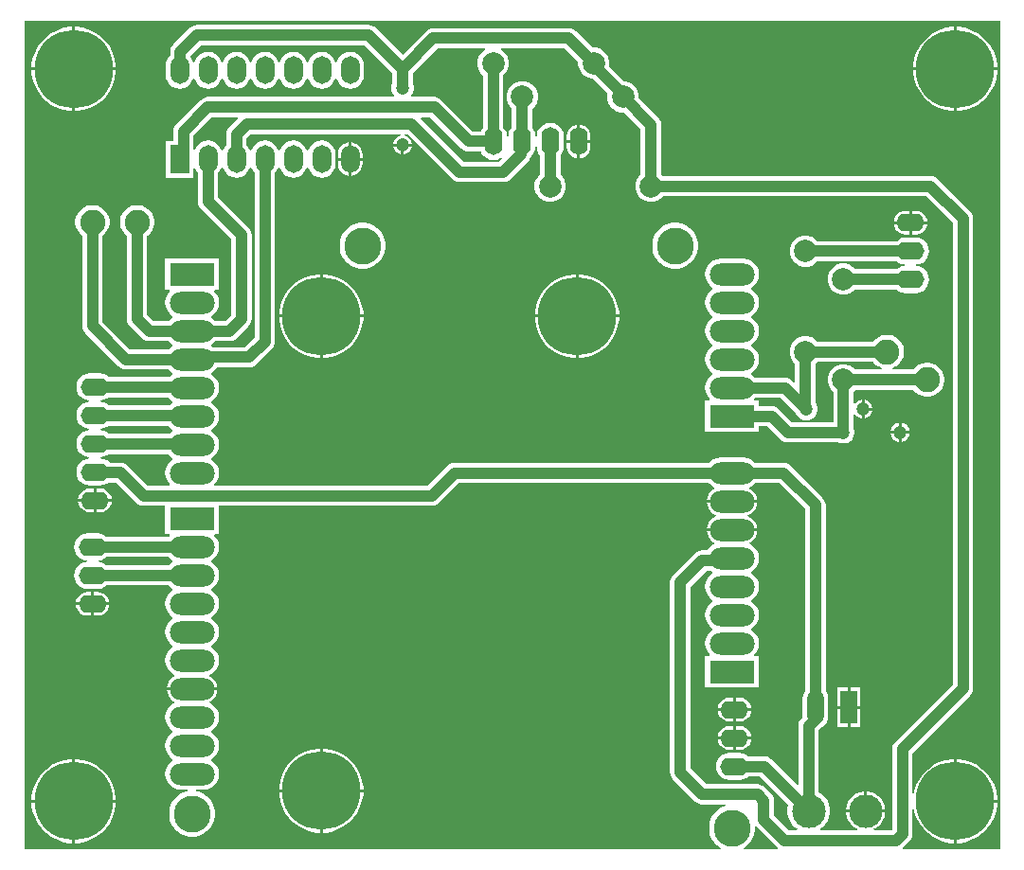
<source format=gbr>
%TF.GenerationSoftware,Altium Limited,Altium Designer,24.6.1 (21)*%
G04 Layer_Physical_Order=2*
G04 Layer_Color=16711680*
%FSLAX45Y45*%
%MOMM*%
%TF.SameCoordinates,00C5B58C-7B9D-40F4-BCB4-C120E55E61B4*%
%TF.FilePolarity,Positive*%
%TF.FileFunction,Copper,L2,Bot,Signal*%
%TF.Part,Single*%
G01*
G75*
%TA.AperFunction,ComponentPad*%
%ADD12O,1.60000X2.50000*%
%ADD13O,2.50000X1.60000*%
%ADD14C,1.20000*%
%ADD15O,4.00000X2.00000*%
%ADD16R,4.00000X2.00000*%
%ADD17C,3.30000*%
%ADD18C,2.25000*%
%ADD19C,2.00000*%
%ADD20R,1.67600X2.50000*%
%ADD21O,1.67600X2.50000*%
%ADD22C,3.00000*%
%ADD23C,7.00000*%
%ADD24R,1.50000X3.00000*%
%ADD25O,1.50000X3.00000*%
%TA.AperFunction,Conductor*%
%ADD26C,1.00000*%
G36*
X6660485Y9691524D02*
X6644038Y9682028D01*
X6617972Y9655962D01*
X6599541Y9624038D01*
X6590000Y9588431D01*
Y9551569D01*
X6599541Y9515962D01*
X6617972Y9484038D01*
X6640224Y9461787D01*
Y8992516D01*
X6627180Y8975518D01*
X6621074Y8960776D01*
X6550101D01*
X6269189Y9241689D01*
X6250388Y9256115D01*
X6228495Y9265183D01*
X6205000Y9268276D01*
X5998291D01*
X5993430Y9280010D01*
X6000020Y9286599D01*
X6013185Y9309402D01*
X6020000Y9334835D01*
Y9361165D01*
X6013185Y9386598D01*
X6010776Y9390770D01*
Y9482399D01*
X6232601Y9704224D01*
X6657082D01*
X6660485Y9691524D01*
D02*
G37*
G36*
X4449114Y9074990D02*
X4371811Y8997688D01*
X4357385Y8978888D01*
X4348317Y8956995D01*
X4345224Y8933500D01*
Y8839262D01*
X4327861Y8816634D01*
X4315387Y8786519D01*
X4302613D01*
X4290139Y8816634D01*
X4270295Y8842495D01*
X4244434Y8862339D01*
X4214318Y8874814D01*
X4182000Y8879068D01*
X4149682Y8874814D01*
X4119566Y8862339D01*
X4093705Y8842495D01*
X4073861Y8816634D01*
X4065276Y8795909D01*
X4052576Y8798436D01*
Y8921699D01*
X4217601Y9086724D01*
X4444253D01*
X4449114Y9074990D01*
D02*
G37*
G36*
X6448312Y8805811D02*
X6467112Y8791386D01*
X6489006Y8782317D01*
X6512500Y8779224D01*
X6621074D01*
X6627180Y8764482D01*
X6646415Y8739415D01*
X6671482Y8720180D01*
X6700674Y8708089D01*
X6732000Y8703965D01*
X6763326Y8708089D01*
X6792518Y8720180D01*
X6804321Y8729237D01*
X6812712Y8719668D01*
X6781320Y8688276D01*
X6467601D01*
X6080887Y9074990D01*
X6085747Y9086724D01*
X6167399D01*
X6448312Y8805811D01*
D02*
G37*
G36*
X4581861Y8609366D02*
X4599224Y8586738D01*
Y7120101D01*
X4510533Y7031410D01*
X4225337D01*
X4212865Y7040980D01*
X4211838Y7044412D01*
Y7052588D01*
X4212865Y7056020D01*
X4238449Y7075651D01*
X4245411Y7084724D01*
X4373000D01*
X4396495Y7087817D01*
X4418388Y7096885D01*
X4437188Y7111311D01*
X4544188Y7218311D01*
X4544189Y7218311D01*
X4558615Y7237112D01*
X4567683Y7259005D01*
X4570776Y7282500D01*
X4570776Y7282502D01*
Y8037500D01*
X4567683Y8060995D01*
X4558614Y8082888D01*
X4544189Y8101689D01*
X4272776Y8373101D01*
Y8586738D01*
X4290139Y8609366D01*
X4302613Y8639482D01*
X4315387D01*
X4327861Y8609366D01*
X4347705Y8583505D01*
X4373566Y8563661D01*
X4403682Y8551187D01*
X4436000Y8546932D01*
X4468318Y8551187D01*
X4498434Y8563661D01*
X4524295Y8583505D01*
X4544139Y8609366D01*
X4556613Y8639482D01*
X4569387D01*
X4581861Y8609366D01*
D02*
G37*
G36*
X7490000Y9581623D02*
Y9551569D01*
X7499541Y9515962D01*
X7517972Y9484038D01*
X7544038Y9457972D01*
X7575962Y9439541D01*
X7611569Y9430000D01*
X7621623D01*
X7752788Y9298835D01*
X7750000Y9288431D01*
Y9251569D01*
X7759541Y9215962D01*
X7777972Y9184038D01*
X7804038Y9157972D01*
X7835962Y9139541D01*
X7871569Y9130000D01*
X7901623D01*
X8049224Y8982399D01*
Y8577213D01*
X8027972Y8555962D01*
X8009541Y8524038D01*
X8000000Y8488431D01*
Y8451569D01*
X8009541Y8415962D01*
X8027972Y8384038D01*
X8054038Y8357972D01*
X8085962Y8339541D01*
X8121569Y8330000D01*
X8158431D01*
X8194038Y8339541D01*
X8225962Y8357972D01*
X8247213Y8379224D01*
X10602399D01*
X10839224Y8142399D01*
Y4017601D01*
X10323311Y3501688D01*
X10308885Y3482888D01*
X10299817Y3460995D01*
X10296724Y3437500D01*
Y2716180D01*
X10291320Y2710776D01*
X10133885D01*
X10131359Y2723476D01*
X10140983Y2727463D01*
X10169711Y2746658D01*
X10194142Y2771089D01*
X10213337Y2799817D01*
X10226559Y2831738D01*
X10233300Y2865625D01*
Y2870200D01*
X9882500D01*
Y2865625D01*
X9889241Y2831738D01*
X9902463Y2799817D01*
X9921658Y2771089D01*
X9946089Y2746658D01*
X9974817Y2727463D01*
X9984441Y2723476D01*
X9981914Y2710776D01*
X9657649D01*
X9653796Y2723476D01*
X9671518Y2735318D01*
X9697982Y2761782D01*
X9718776Y2792901D01*
X9733098Y2827479D01*
X9740400Y2864187D01*
Y2901613D01*
X9733098Y2938321D01*
X9718776Y2972899D01*
X9697982Y3004018D01*
X9671518Y3030482D01*
X9641176Y3050756D01*
Y3607519D01*
X9668893Y3635236D01*
X9692019Y3652981D01*
X9710452Y3677004D01*
X9722040Y3704979D01*
X9725992Y3735000D01*
Y3885000D01*
X9722040Y3915021D01*
X9710452Y3942996D01*
X9700776Y3955606D01*
Y5620000D01*
X9697683Y5643495D01*
X9688615Y5665388D01*
X9674189Y5684189D01*
X9388689Y5969689D01*
X9369888Y5984115D01*
X9347995Y5993183D01*
X9324500Y5996276D01*
X9071411D01*
X9064449Y6005349D01*
X9035204Y6027790D01*
X9001147Y6041896D01*
X8964600Y6046708D01*
X8764600D01*
X8728053Y6041896D01*
X8693996Y6027790D01*
X8664751Y6005349D01*
X8657789Y5996276D01*
X6384153D01*
X6360658Y5993183D01*
X6338765Y5984115D01*
X6319964Y5969689D01*
X6143552Y5793276D01*
X4242077D01*
X4239357Y5801290D01*
X4238699Y5805976D01*
X4260890Y5834896D01*
X4274996Y5868953D01*
X4279808Y5905500D01*
X4274996Y5942047D01*
X4260890Y5976104D01*
X4238449Y6005349D01*
X4212865Y6024980D01*
X4211838Y6028412D01*
Y6036588D01*
X4212865Y6040020D01*
X4238449Y6059651D01*
X4260890Y6088896D01*
X4274996Y6122953D01*
X4279808Y6159500D01*
X4274996Y6196047D01*
X4260890Y6230104D01*
X4238449Y6259349D01*
X4212865Y6278980D01*
X4211838Y6282412D01*
Y6290588D01*
X4212865Y6294020D01*
X4238449Y6313651D01*
X4260890Y6342896D01*
X4274996Y6376953D01*
X4279808Y6413500D01*
X4274996Y6450047D01*
X4260890Y6484104D01*
X4238449Y6513349D01*
X4212865Y6532980D01*
X4211838Y6536412D01*
Y6544588D01*
X4212865Y6548020D01*
X4238449Y6567651D01*
X4260890Y6596896D01*
X4274996Y6630953D01*
X4279808Y6667500D01*
X4274996Y6704047D01*
X4260890Y6738104D01*
X4238449Y6767349D01*
X4212865Y6786980D01*
X4211838Y6790412D01*
Y6798588D01*
X4212865Y6802020D01*
X4238449Y6821651D01*
X4260093Y6849858D01*
X4548134D01*
X4571629Y6852951D01*
X4593522Y6862019D01*
X4612322Y6876445D01*
X4754189Y7018311D01*
X4768615Y7037112D01*
X4777683Y7059005D01*
X4780776Y7082500D01*
Y8586738D01*
X4798139Y8609366D01*
X4810613Y8639482D01*
X4823387D01*
X4835861Y8609366D01*
X4855705Y8583505D01*
X4881566Y8563661D01*
X4911682Y8551187D01*
X4944000Y8546932D01*
X4976318Y8551187D01*
X5006434Y8563661D01*
X5032295Y8583505D01*
X5052139Y8609366D01*
X5064613Y8639482D01*
X5077387D01*
X5089861Y8609366D01*
X5109705Y8583505D01*
X5135566Y8563661D01*
X5165682Y8551187D01*
X5198000Y8546932D01*
X5230318Y8551187D01*
X5260434Y8563661D01*
X5286295Y8583505D01*
X5306139Y8609366D01*
X5318613Y8639482D01*
X5322868Y8671800D01*
Y8754200D01*
X5318613Y8786518D01*
X5306139Y8816634D01*
X5286295Y8842495D01*
X5260434Y8862339D01*
X5230318Y8874814D01*
X5198000Y8879068D01*
X5165682Y8874814D01*
X5135566Y8862339D01*
X5109705Y8842495D01*
X5089861Y8816634D01*
X5077387Y8786519D01*
X5064613D01*
X5052139Y8816634D01*
X5032295Y8842495D01*
X5006434Y8862339D01*
X4976318Y8874814D01*
X4944000Y8879068D01*
X4911682Y8874814D01*
X4881566Y8862339D01*
X4855705Y8842495D01*
X4835861Y8816634D01*
X4823387Y8786519D01*
X4810613D01*
X4798139Y8816634D01*
X4778295Y8842495D01*
X4752434Y8862339D01*
X4722318Y8874814D01*
X4690000Y8879068D01*
X4657682Y8874814D01*
X4627566Y8862339D01*
X4601705Y8842495D01*
X4581861Y8816634D01*
X4569387Y8786519D01*
X4556613D01*
X4544139Y8816634D01*
X4526776Y8839262D01*
Y8895899D01*
X4567601Y8936724D01*
X5901949D01*
X5903621Y8924024D01*
X5887037Y8919580D01*
X5867563Y8908337D01*
X5851663Y8892437D01*
X5840420Y8872963D01*
X5834991Y8852700D01*
X5920001D01*
X6005010D01*
X5999580Y8872963D01*
X5988337Y8892437D01*
X5972437Y8908337D01*
X5952963Y8919580D01*
X5936379Y8924024D01*
X5938051Y8936724D01*
X5962399D01*
X6365812Y8533311D01*
X6384612Y8518885D01*
X6406505Y8509817D01*
X6430000Y8506724D01*
X6818921D01*
X6842416Y8509817D01*
X6864309Y8518885D01*
X6883110Y8533311D01*
X7038708Y8688910D01*
X7053134Y8707710D01*
X7062203Y8729604D01*
X7062585Y8732510D01*
X7071585Y8739415D01*
X7090820Y8764482D01*
X7102911Y8793674D01*
X7106595Y8821657D01*
X7119405D01*
X7123089Y8793674D01*
X7135180Y8764482D01*
X7149224Y8746181D01*
Y8577213D01*
X7127972Y8555962D01*
X7109541Y8524038D01*
X7100000Y8488431D01*
Y8451569D01*
X7109541Y8415962D01*
X7127972Y8384038D01*
X7154038Y8357972D01*
X7185962Y8339541D01*
X7221569Y8330000D01*
X7258431D01*
X7294038Y8339541D01*
X7325962Y8357972D01*
X7352028Y8384038D01*
X7370459Y8415962D01*
X7380000Y8451569D01*
Y8488431D01*
X7370459Y8524038D01*
X7352028Y8555962D01*
X7330776Y8577213D01*
Y8746181D01*
X7344820Y8764482D01*
X7356911Y8793674D01*
X7361035Y8825000D01*
Y8915000D01*
X7356911Y8946327D01*
X7344820Y8975518D01*
X7325585Y9000585D01*
X7300518Y9019820D01*
X7271326Y9031911D01*
X7240000Y9036036D01*
X7208674Y9031911D01*
X7179482Y9019820D01*
X7154415Y9000585D01*
X7135180Y8975518D01*
X7123089Y8946327D01*
X7119405Y8918343D01*
X7106595D01*
X7102911Y8946327D01*
X7090820Y8975518D01*
X7078776Y8991213D01*
Y9160787D01*
X7102028Y9184038D01*
X7120459Y9215962D01*
X7130000Y9251569D01*
Y9288431D01*
X7120459Y9324038D01*
X7102028Y9355962D01*
X7075962Y9382028D01*
X7044038Y9400459D01*
X7008431Y9410000D01*
X6971569D01*
X6935962Y9400459D01*
X6904038Y9382028D01*
X6877972Y9355962D01*
X6859541Y9324038D01*
X6850000Y9288431D01*
Y9251569D01*
X6859541Y9215962D01*
X6877972Y9184038D01*
X6897224Y9164787D01*
Y8996426D01*
X6881180Y8975518D01*
X6869089Y8946327D01*
X6865405Y8918343D01*
X6852595D01*
X6848911Y8946327D01*
X6836820Y8975518D01*
X6821776Y8995122D01*
Y9463787D01*
X6842028Y9484038D01*
X6860459Y9515962D01*
X6870000Y9551569D01*
Y9588431D01*
X6860459Y9624038D01*
X6842028Y9655962D01*
X6815962Y9682028D01*
X6799515Y9691524D01*
X6802918Y9704224D01*
X7367399D01*
X7490000Y9581623D01*
D02*
G37*
G36*
X3838751Y6567651D02*
X3864335Y6548020D01*
X3865362Y6544588D01*
Y6536412D01*
X3864335Y6532980D01*
X3838751Y6513349D01*
X3835242Y6508776D01*
X3299684D01*
X3275518Y6527320D01*
X3246327Y6539411D01*
X3218343Y6543095D01*
Y6555905D01*
X3246327Y6559589D01*
X3275518Y6571680D01*
X3287955Y6581224D01*
X3828336D01*
X3838751Y6567651D01*
D02*
G37*
G36*
Y6313651D02*
X3864335Y6294020D01*
X3865362Y6290588D01*
Y6282412D01*
X3864335Y6278980D01*
X3838751Y6259349D01*
X3835242Y6254776D01*
X3299684D01*
X3275518Y6273320D01*
X3246327Y6285411D01*
X3218343Y6289095D01*
Y6301905D01*
X3246327Y6305589D01*
X3275518Y6317680D01*
X3287955Y6327224D01*
X3828336D01*
X3838751Y6313651D01*
D02*
G37*
G36*
Y6059651D02*
X3864335Y6040020D01*
X3865362Y6036588D01*
Y6028412D01*
X3864335Y6024980D01*
X3838751Y6005349D01*
X3816310Y5976104D01*
X3802204Y5942047D01*
X3797392Y5905500D01*
X3802204Y5868953D01*
X3816310Y5834896D01*
X3838501Y5805976D01*
X3837843Y5801290D01*
X3835123Y5793276D01*
X3642601D01*
X3464189Y5971689D01*
X3445388Y5986115D01*
X3423495Y5995183D01*
X3400000Y5998276D01*
X3301973D01*
X3300585Y6000085D01*
X3275518Y6019320D01*
X3246327Y6031411D01*
X3218343Y6035095D01*
Y6047905D01*
X3246327Y6051589D01*
X3275518Y6063680D01*
X3287955Y6073224D01*
X3828336D01*
X3838751Y6059651D01*
D02*
G37*
G36*
Y5145251D02*
X3864335Y5125620D01*
X3865362Y5122188D01*
Y5114012D01*
X3864335Y5110580D01*
X3838751Y5090949D01*
X3831367Y5081326D01*
X3273102D01*
X3255518Y5094820D01*
X3226327Y5106911D01*
X3198343Y5110595D01*
Y5123405D01*
X3226327Y5127089D01*
X3255518Y5139180D01*
X3274537Y5153774D01*
X3832211D01*
X3838751Y5145251D01*
D02*
G37*
G36*
X11260000Y2540000D02*
X10393366D01*
X10389055Y2552700D01*
X10393110Y2555812D01*
X10451689Y2614390D01*
X10466114Y2633191D01*
X10475183Y2655084D01*
X10478276Y2678579D01*
Y2899198D01*
X10490976Y2900198D01*
X10493844Y2882094D01*
X10512103Y2825896D01*
X10538929Y2773247D01*
X10573661Y2725443D01*
X10615443Y2683661D01*
X10663248Y2648929D01*
X10715897Y2622103D01*
X10772094Y2603843D01*
X10830456Y2594600D01*
X10847300D01*
Y2970000D01*
Y3345400D01*
X10830456D01*
X10772094Y3336156D01*
X10715897Y3317897D01*
X10663248Y3291071D01*
X10615443Y3256339D01*
X10573661Y3214557D01*
X10538929Y3166752D01*
X10512103Y3114103D01*
X10493844Y3057906D01*
X10490976Y3039802D01*
X10478276Y3040802D01*
Y3399899D01*
X10994188Y3915811D01*
X10994189Y3915811D01*
X11008615Y3934612D01*
X11017683Y3956505D01*
X11020777Y3980000D01*
X11020776Y3980002D01*
Y8180000D01*
X11017683Y8203495D01*
X11008615Y8225388D01*
X10994189Y8244188D01*
X10704188Y8534189D01*
X10685388Y8548615D01*
X10663495Y8557683D01*
X10640000Y8560776D01*
X8247213D01*
X8230776Y8577213D01*
Y9019998D01*
X8230777Y9020000D01*
X8227683Y9043495D01*
X8218615Y9065388D01*
X8204189Y9084189D01*
X8204188Y9084189D01*
X8030000Y9258377D01*
Y9288431D01*
X8020459Y9324038D01*
X8002028Y9355962D01*
X7975962Y9382028D01*
X7944038Y9400459D01*
X7908431Y9410000D01*
X7898377D01*
X7767212Y9541165D01*
X7770000Y9551569D01*
Y9588431D01*
X7760459Y9624038D01*
X7742028Y9655962D01*
X7715962Y9682028D01*
X7684038Y9700459D01*
X7648431Y9710000D01*
X7618377D01*
X7469189Y9859189D01*
X7450388Y9873614D01*
X7428495Y9882683D01*
X7405000Y9885776D01*
X6195000D01*
X6171505Y9882683D01*
X6149612Y9873614D01*
X6130811Y9859189D01*
X6130811Y9859188D01*
X5920000Y9648377D01*
X5681689Y9886689D01*
X5662888Y9901115D01*
X5640995Y9910183D01*
X5617500Y9913276D01*
X4082500D01*
X4059005Y9910183D01*
X4037112Y9901115D01*
X4018311Y9886689D01*
X3869233Y9737610D01*
X3854807Y9718809D01*
X3845738Y9696916D01*
X3842645Y9673421D01*
Y9638752D01*
X3839705Y9636495D01*
X3819861Y9610634D01*
X3807387Y9580518D01*
X3803132Y9548200D01*
Y9465800D01*
X3807387Y9433482D01*
X3819861Y9403366D01*
X3839705Y9377505D01*
X3865566Y9357661D01*
X3895682Y9345187D01*
X3928000Y9340932D01*
X3960318Y9345187D01*
X3990434Y9357661D01*
X4016295Y9377505D01*
X4036139Y9403366D01*
X4048613Y9433482D01*
X4061387D01*
X4073861Y9403366D01*
X4093705Y9377505D01*
X4119566Y9357661D01*
X4149682Y9345187D01*
X4182000Y9340932D01*
X4214318Y9345187D01*
X4244434Y9357661D01*
X4270295Y9377505D01*
X4290139Y9403366D01*
X4302613Y9433482D01*
X4315387D01*
X4327861Y9403366D01*
X4347705Y9377505D01*
X4373566Y9357661D01*
X4403682Y9345187D01*
X4436000Y9340932D01*
X4468318Y9345187D01*
X4498434Y9357661D01*
X4524295Y9377505D01*
X4544139Y9403366D01*
X4556613Y9433482D01*
X4569387D01*
X4581861Y9403366D01*
X4601705Y9377505D01*
X4627566Y9357661D01*
X4657682Y9345187D01*
X4690000Y9340932D01*
X4722318Y9345187D01*
X4752434Y9357661D01*
X4778295Y9377505D01*
X4798139Y9403366D01*
X4810613Y9433482D01*
X4823387D01*
X4835861Y9403366D01*
X4855705Y9377505D01*
X4881566Y9357661D01*
X4911682Y9345187D01*
X4944000Y9340932D01*
X4976318Y9345187D01*
X5006434Y9357661D01*
X5032295Y9377505D01*
X5052139Y9403366D01*
X5064613Y9433482D01*
X5077387D01*
X5089861Y9403366D01*
X5109705Y9377505D01*
X5135566Y9357661D01*
X5165682Y9345187D01*
X5198000Y9340932D01*
X5230318Y9345187D01*
X5260434Y9357661D01*
X5286295Y9377505D01*
X5306139Y9403366D01*
X5318613Y9433482D01*
X5331387D01*
X5343861Y9403366D01*
X5363705Y9377505D01*
X5389566Y9357661D01*
X5419682Y9345187D01*
X5452000Y9340932D01*
X5484318Y9345187D01*
X5514434Y9357661D01*
X5540295Y9377505D01*
X5560139Y9403366D01*
X5572613Y9433482D01*
X5576868Y9465800D01*
Y9548200D01*
X5572613Y9580518D01*
X5560139Y9610634D01*
X5540295Y9636495D01*
X5514434Y9656339D01*
X5484318Y9668814D01*
X5452000Y9673068D01*
X5419682Y9668814D01*
X5389566Y9656339D01*
X5363705Y9636495D01*
X5343861Y9610634D01*
X5331387Y9580519D01*
X5318613D01*
X5306139Y9610634D01*
X5286295Y9636495D01*
X5260434Y9656339D01*
X5230318Y9668814D01*
X5198000Y9673068D01*
X5165682Y9668814D01*
X5135566Y9656339D01*
X5109705Y9636495D01*
X5089861Y9610634D01*
X5077387Y9580519D01*
X5064613D01*
X5052139Y9610634D01*
X5032295Y9636495D01*
X5006434Y9656339D01*
X4976318Y9668814D01*
X4944000Y9673068D01*
X4911682Y9668814D01*
X4881566Y9656339D01*
X4855705Y9636495D01*
X4835861Y9610634D01*
X4823387Y9580519D01*
X4810613D01*
X4798139Y9610634D01*
X4778295Y9636495D01*
X4752434Y9656339D01*
X4722318Y9668814D01*
X4690000Y9673068D01*
X4657682Y9668814D01*
X4627566Y9656339D01*
X4601705Y9636495D01*
X4581861Y9610634D01*
X4569387Y9580519D01*
X4556613D01*
X4544139Y9610634D01*
X4524295Y9636495D01*
X4498434Y9656339D01*
X4468318Y9668814D01*
X4436000Y9673068D01*
X4403682Y9668814D01*
X4373566Y9656339D01*
X4347705Y9636495D01*
X4327861Y9610634D01*
X4315387Y9580519D01*
X4302613D01*
X4290139Y9610634D01*
X4270295Y9636495D01*
X4244434Y9656339D01*
X4214318Y9668814D01*
X4182000Y9673068D01*
X4149682Y9668814D01*
X4119566Y9656339D01*
X4093705Y9636495D01*
X4073861Y9610634D01*
X4061387Y9580519D01*
X4048613D01*
X4036139Y9610634D01*
X4024198Y9626197D01*
Y9635820D01*
X4120101Y9731724D01*
X5579899D01*
X5829224Y9482399D01*
Y9390770D01*
X5826815Y9386598D01*
X5820000Y9361165D01*
Y9334835D01*
X5826815Y9309402D01*
X5839980Y9286599D01*
X5846570Y9280010D01*
X5841709Y9268276D01*
X4180000D01*
X4156505Y9265183D01*
X4134612Y9256115D01*
X4115811Y9241689D01*
X3897611Y9023489D01*
X3883186Y9004688D01*
X3874117Y8982795D01*
X3871024Y8959300D01*
Y8878000D01*
X3804200D01*
Y8548000D01*
X4051800D01*
Y8629439D01*
X4064500Y8631965D01*
X4073861Y8609366D01*
X4091224Y8586738D01*
Y8335500D01*
X4094317Y8312005D01*
X4103385Y8290112D01*
X4117811Y8271311D01*
X4389224Y7999899D01*
Y7320101D01*
X4335399Y7266276D01*
X4245411D01*
X4238449Y7275349D01*
X4212865Y7294980D01*
X4211838Y7298412D01*
Y7306588D01*
X4212865Y7310020D01*
X4238449Y7329651D01*
X4260890Y7358896D01*
X4274996Y7392953D01*
X4279808Y7429500D01*
X4274996Y7466047D01*
X4260890Y7500104D01*
X4238449Y7529349D01*
X4235680Y7531474D01*
X4239762Y7543500D01*
X4278600D01*
Y7823500D01*
X3798600D01*
Y7543500D01*
X3837438D01*
X3841520Y7531474D01*
X3838751Y7529349D01*
X3816310Y7500104D01*
X3802204Y7466047D01*
X3797392Y7429500D01*
X3802204Y7392953D01*
X3816310Y7358896D01*
X3838751Y7329651D01*
X3864335Y7310020D01*
X3865362Y7306588D01*
Y7298412D01*
X3864335Y7294980D01*
X3838751Y7275349D01*
X3831789Y7266276D01*
X3694601D01*
X3638276Y7322601D01*
Y8027245D01*
X3644713Y8031546D01*
X3665954Y8052787D01*
X3682643Y8077764D01*
X3694139Y8105517D01*
X3700000Y8134980D01*
Y8165020D01*
X3694139Y8194482D01*
X3682643Y8222236D01*
X3665954Y8247213D01*
X3644713Y8268454D01*
X3619736Y8285143D01*
X3591982Y8296639D01*
X3562520Y8302500D01*
X3532480D01*
X3503017Y8296639D01*
X3475264Y8285143D01*
X3450287Y8268454D01*
X3429045Y8247213D01*
X3412356Y8222236D01*
X3400861Y8194482D01*
X3395000Y8165020D01*
Y8134980D01*
X3400861Y8105517D01*
X3412356Y8077764D01*
X3429045Y8052787D01*
X3450287Y8031546D01*
X3456724Y8027245D01*
Y7285000D01*
X3459817Y7261505D01*
X3468885Y7239612D01*
X3483311Y7220812D01*
X3592811Y7111311D01*
X3611612Y7096885D01*
X3633505Y7087817D01*
X3657000Y7084723D01*
X3657002Y7084724D01*
X3831789D01*
X3838751Y7075651D01*
X3864335Y7056020D01*
X3865362Y7052588D01*
Y7044412D01*
X3864335Y7040980D01*
X3838751Y7021349D01*
X3831789Y7012276D01*
X3486101D01*
X3238276Y7260101D01*
Y8027245D01*
X3244713Y8031546D01*
X3265954Y8052787D01*
X3282643Y8077764D01*
X3294139Y8105517D01*
X3300000Y8134980D01*
Y8165020D01*
X3294139Y8194482D01*
X3282643Y8222236D01*
X3265954Y8247213D01*
X3244713Y8268454D01*
X3219736Y8285143D01*
X3191982Y8296639D01*
X3162520Y8302500D01*
X3132480D01*
X3103017Y8296639D01*
X3075264Y8285143D01*
X3050287Y8268454D01*
X3029046Y8247213D01*
X3012356Y8222236D01*
X3000861Y8194482D01*
X2995000Y8165020D01*
Y8134980D01*
X3000861Y8105517D01*
X3012356Y8077764D01*
X3029046Y8052787D01*
X3050287Y8031546D01*
X3056724Y8027245D01*
Y7222500D01*
X3059817Y7199006D01*
X3068885Y7177112D01*
X3083311Y7158312D01*
X3384311Y6857311D01*
X3403112Y6842885D01*
X3425006Y6833817D01*
X3448500Y6830723D01*
X3448502Y6830724D01*
X3831789D01*
X3838751Y6821651D01*
X3864335Y6802020D01*
X3865362Y6798588D01*
Y6790412D01*
X3864335Y6786980D01*
X3838751Y6767349D01*
X3835242Y6762776D01*
X3299684D01*
X3275518Y6781320D01*
X3246327Y6793411D01*
X3215000Y6797535D01*
X3125000D01*
X3093674Y6793411D01*
X3064482Y6781320D01*
X3039415Y6762085D01*
X3020180Y6737018D01*
X3008089Y6707826D01*
X3003965Y6676500D01*
X3008089Y6645174D01*
X3020180Y6615982D01*
X3039415Y6590915D01*
X3064482Y6571680D01*
X3093674Y6559589D01*
X3121657Y6555905D01*
Y6543095D01*
X3093674Y6539411D01*
X3064482Y6527320D01*
X3039415Y6508085D01*
X3020180Y6483018D01*
X3008089Y6453826D01*
X3003965Y6422500D01*
X3008089Y6391174D01*
X3020180Y6361982D01*
X3039415Y6336915D01*
X3064482Y6317680D01*
X3093674Y6305589D01*
X3121657Y6301905D01*
Y6289095D01*
X3093674Y6285411D01*
X3064482Y6273320D01*
X3039415Y6254085D01*
X3020180Y6229018D01*
X3008089Y6199826D01*
X3003965Y6168500D01*
X3008089Y6137174D01*
X3020180Y6107982D01*
X3039415Y6082915D01*
X3064482Y6063680D01*
X3093674Y6051589D01*
X3121657Y6047905D01*
Y6035095D01*
X3093674Y6031411D01*
X3064482Y6019320D01*
X3039415Y6000085D01*
X3020180Y5975018D01*
X3008089Y5945826D01*
X3003965Y5914500D01*
X3008089Y5883174D01*
X3020180Y5853982D01*
X3039415Y5828915D01*
X3064482Y5809680D01*
X3093674Y5797589D01*
X3125000Y5793465D01*
X3215000D01*
X3246327Y5797589D01*
X3275518Y5809680D01*
X3284697Y5816724D01*
X3362399D01*
X3540812Y5638311D01*
X3559612Y5623885D01*
X3581505Y5614817D01*
X3605000Y5611724D01*
X3798600D01*
Y5359100D01*
X3837438D01*
X3841520Y5347074D01*
X3838751Y5344949D01*
X3831367Y5335326D01*
X3273102D01*
X3255518Y5348820D01*
X3226327Y5360911D01*
X3195000Y5365035D01*
X3105000D01*
X3073674Y5360911D01*
X3044482Y5348820D01*
X3019415Y5329585D01*
X3000180Y5304518D01*
X2988089Y5275326D01*
X2983965Y5244000D01*
X2988089Y5212674D01*
X3000180Y5183482D01*
X3019415Y5158415D01*
X3044482Y5139180D01*
X3073674Y5127089D01*
X3101657Y5123405D01*
Y5110595D01*
X3073674Y5106911D01*
X3044482Y5094820D01*
X3019415Y5075585D01*
X3000180Y5050518D01*
X2988089Y5021326D01*
X2983965Y4990000D01*
X2988089Y4958674D01*
X3000180Y4929482D01*
X3019415Y4904415D01*
X3044482Y4885180D01*
X3073674Y4873089D01*
X3105000Y4868965D01*
X3195000D01*
X3226327Y4873089D01*
X3255518Y4885180D01*
X3274537Y4899774D01*
X3832211D01*
X3838751Y4891251D01*
X3864335Y4871620D01*
X3865362Y4868188D01*
Y4860012D01*
X3864335Y4856580D01*
X3838751Y4836949D01*
X3816310Y4807704D01*
X3802204Y4773647D01*
X3797392Y4737100D01*
X3802204Y4700553D01*
X3816310Y4666496D01*
X3838751Y4637251D01*
X3864335Y4617620D01*
X3865362Y4614188D01*
Y4606012D01*
X3864335Y4602580D01*
X3838751Y4582949D01*
X3816310Y4553704D01*
X3802204Y4519647D01*
X3797392Y4483100D01*
X3802204Y4446553D01*
X3816310Y4412496D01*
X3838751Y4383251D01*
X3864335Y4363620D01*
X3865362Y4360188D01*
Y4352012D01*
X3864335Y4348580D01*
X3838751Y4328949D01*
X3816310Y4299704D01*
X3802204Y4265647D01*
X3797392Y4229100D01*
X3802204Y4192553D01*
X3816310Y4158496D01*
X3838751Y4129251D01*
X3867996Y4106810D01*
X3883113Y4100549D01*
Y4087849D01*
X3875359Y4084637D01*
X3849164Y4064536D01*
X3829063Y4038341D01*
X3816428Y4007836D01*
X3813790Y3987800D01*
X4038600D01*
X4263410D01*
X4260772Y4007836D01*
X4248137Y4038341D01*
X4228036Y4064536D01*
X4201841Y4084637D01*
X4194087Y4087849D01*
Y4100549D01*
X4209204Y4106810D01*
X4238449Y4129251D01*
X4260890Y4158496D01*
X4274996Y4192553D01*
X4279808Y4229100D01*
X4274996Y4265647D01*
X4260890Y4299704D01*
X4238449Y4328949D01*
X4212865Y4348580D01*
X4211838Y4352012D01*
Y4360188D01*
X4212865Y4363620D01*
X4238449Y4383251D01*
X4260890Y4412496D01*
X4274996Y4446553D01*
X4279808Y4483100D01*
X4274996Y4519647D01*
X4260890Y4553704D01*
X4238449Y4582949D01*
X4212865Y4602580D01*
X4211838Y4606012D01*
Y4614188D01*
X4212865Y4617620D01*
X4238449Y4637251D01*
X4260890Y4666496D01*
X4274996Y4700553D01*
X4279808Y4737100D01*
X4274996Y4773647D01*
X4260890Y4807704D01*
X4238449Y4836949D01*
X4212865Y4856580D01*
X4211838Y4860012D01*
Y4868188D01*
X4212865Y4871620D01*
X4238449Y4891251D01*
X4260890Y4920496D01*
X4274996Y4954553D01*
X4279808Y4991100D01*
X4274996Y5027647D01*
X4260890Y5061704D01*
X4238449Y5090949D01*
X4212865Y5110580D01*
X4211838Y5114012D01*
Y5122188D01*
X4212865Y5125620D01*
X4238449Y5145251D01*
X4260890Y5174496D01*
X4274996Y5208553D01*
X4279808Y5245100D01*
X4274996Y5281647D01*
X4260890Y5315704D01*
X4238449Y5344949D01*
X4235680Y5347074D01*
X4239762Y5359100D01*
X4278600D01*
Y5611724D01*
X6181153D01*
X6204647Y5614817D01*
X6226541Y5623885D01*
X6245341Y5638311D01*
X6421754Y5814724D01*
X8657789D01*
X8664751Y5805651D01*
X8693996Y5783210D01*
X8709113Y5776949D01*
Y5764249D01*
X8701359Y5761037D01*
X8675164Y5740936D01*
X8655063Y5714741D01*
X8642428Y5684236D01*
X8639790Y5664200D01*
X8864600D01*
X9089410D01*
X9086772Y5684236D01*
X9074137Y5714741D01*
X9054036Y5740936D01*
X9027841Y5761037D01*
X9020087Y5764249D01*
Y5776949D01*
X9035204Y5783210D01*
X9064449Y5805651D01*
X9071411Y5814724D01*
X9286899D01*
X9519224Y5582399D01*
Y3955606D01*
X9509548Y3942996D01*
X9497960Y3915021D01*
X9494008Y3885000D01*
Y3735000D01*
X9496090Y3719187D01*
X9486211Y3709309D01*
X9471785Y3690508D01*
X9462717Y3668614D01*
X9459624Y3645120D01*
Y3118647D01*
X9447890Y3113787D01*
X9216489Y3345189D01*
X9197688Y3359615D01*
X9175795Y3368683D01*
X9152300Y3371776D01*
X9011319D01*
X8993018Y3385820D01*
X8963826Y3397911D01*
X8932500Y3402035D01*
X8842500D01*
X8811173Y3397911D01*
X8781982Y3385820D01*
X8756915Y3366585D01*
X8737680Y3341518D01*
X8725589Y3312326D01*
X8721464Y3281000D01*
X8725589Y3249674D01*
X8737680Y3220482D01*
X8756915Y3195415D01*
X8781982Y3176180D01*
X8811173Y3164089D01*
X8842500Y3159965D01*
X8932500D01*
X8963826Y3164089D01*
X8993018Y3176180D01*
X9011319Y3190224D01*
X9114699D01*
X9367519Y2937404D01*
X9360400Y2901613D01*
Y2864187D01*
X9367702Y2827479D01*
X9382024Y2792901D01*
X9402818Y2761782D01*
X9429282Y2735318D01*
X9447004Y2723476D01*
X9443151Y2710776D01*
X9372601D01*
X9240776Y2842601D01*
Y2973921D01*
X9237683Y2997416D01*
X9228615Y3019309D01*
X9214189Y3038110D01*
X9155610Y3096688D01*
X9136809Y3111114D01*
X9114916Y3120183D01*
X9091421Y3123276D01*
X8635101D01*
X8490776Y3267601D01*
Y4888820D01*
X8635546Y5033590D01*
X8677863D01*
X8690335Y5024020D01*
X8691362Y5020588D01*
Y5012412D01*
X8690335Y5008980D01*
X8664751Y4989349D01*
X8642310Y4960104D01*
X8628204Y4926047D01*
X8623392Y4889500D01*
X8628204Y4852953D01*
X8642310Y4818896D01*
X8664751Y4789651D01*
X8690335Y4770020D01*
X8691362Y4766588D01*
Y4758412D01*
X8690335Y4754980D01*
X8664751Y4735349D01*
X8642310Y4706104D01*
X8628204Y4672047D01*
X8623392Y4635500D01*
X8628204Y4598953D01*
X8642310Y4564896D01*
X8664751Y4535651D01*
X8690335Y4516020D01*
X8691362Y4512588D01*
Y4504412D01*
X8690335Y4500980D01*
X8664751Y4481349D01*
X8642310Y4452104D01*
X8628204Y4418047D01*
X8623392Y4381500D01*
X8628204Y4344953D01*
X8642310Y4310896D01*
X8664751Y4281651D01*
X8667520Y4279526D01*
X8663438Y4267500D01*
X8624600D01*
Y3987500D01*
X9104600D01*
Y4267500D01*
X9065762D01*
X9061680Y4279526D01*
X9064449Y4281651D01*
X9086890Y4310896D01*
X9100996Y4344953D01*
X9105808Y4381500D01*
X9100996Y4418047D01*
X9086890Y4452104D01*
X9064449Y4481349D01*
X9038865Y4500980D01*
X9037838Y4504412D01*
Y4512588D01*
X9038865Y4516020D01*
X9064449Y4535651D01*
X9086890Y4564896D01*
X9100996Y4598953D01*
X9105808Y4635500D01*
X9100996Y4672047D01*
X9086890Y4706104D01*
X9064449Y4735349D01*
X9038865Y4754980D01*
X9037838Y4758412D01*
Y4766588D01*
X9038865Y4770020D01*
X9064449Y4789651D01*
X9086890Y4818896D01*
X9100996Y4852953D01*
X9105808Y4889500D01*
X9100996Y4926047D01*
X9086890Y4960104D01*
X9064449Y4989349D01*
X9038865Y5008980D01*
X9037838Y5012412D01*
Y5020588D01*
X9038865Y5024020D01*
X9064449Y5043651D01*
X9086890Y5072896D01*
X9100996Y5106953D01*
X9105808Y5143500D01*
X9100996Y5180047D01*
X9086890Y5214104D01*
X9064449Y5243349D01*
X9035204Y5265790D01*
X9020087Y5272051D01*
Y5284751D01*
X9027841Y5287963D01*
X9054036Y5308064D01*
X9074137Y5334259D01*
X9086772Y5364764D01*
X9089410Y5384800D01*
X8864600D01*
X8639790D01*
X8642428Y5364764D01*
X8655063Y5334259D01*
X8675164Y5308064D01*
X8701359Y5287963D01*
X8709113Y5284751D01*
Y5272051D01*
X8693996Y5265790D01*
X8664751Y5243349D01*
X8643107Y5215142D01*
X8597945D01*
X8574450Y5212049D01*
X8552557Y5202981D01*
X8533756Y5188555D01*
X8335811Y4990610D01*
X8321385Y4971809D01*
X8312317Y4949916D01*
X8309224Y4926421D01*
Y3230000D01*
X8312317Y3206506D01*
X8321385Y3184612D01*
X8335811Y3165812D01*
X8533312Y2968311D01*
X8552112Y2953885D01*
X8574006Y2944817D01*
X8597500Y2941724D01*
X8810600D01*
X8811851Y2929024D01*
X8804804Y2927622D01*
X8767496Y2912168D01*
X8733920Y2889734D01*
X8705366Y2861180D01*
X8682932Y2827604D01*
X8667478Y2790296D01*
X8659600Y2750691D01*
Y2710309D01*
X8667478Y2670704D01*
X8682932Y2633396D01*
X8705366Y2599820D01*
X8733920Y2571266D01*
X8761706Y2552700D01*
X8757854Y2540000D01*
X2540000D01*
Y9950000D01*
X11260000D01*
Y2540000D01*
D02*
G37*
G36*
X9085811Y2740811D02*
X9270811Y2555812D01*
X9274866Y2552700D01*
X9270555Y2540000D01*
X8971346D01*
X8967494Y2552700D01*
X8995280Y2571266D01*
X9023834Y2599820D01*
X9046268Y2633396D01*
X9061722Y2670704D01*
X9069600Y2710309D01*
Y2741077D01*
X9082300Y2745388D01*
X9085811Y2740811D01*
D02*
G37*
%LPC*%
G36*
X7506700Y9019638D02*
Y8882700D01*
X7600309D01*
Y8915000D01*
X7596687Y8942515D01*
X7586067Y8968155D01*
X7569172Y8990172D01*
X7547155Y9007067D01*
X7521515Y9017687D01*
X7506700Y9019638D01*
D02*
G37*
G36*
X7481300D02*
X7466485Y9017687D01*
X7440845Y9007067D01*
X7418828Y8990172D01*
X7401933Y8968155D01*
X7391313Y8942515D01*
X7387691Y8915000D01*
Y8882700D01*
X7481300D01*
Y9019638D01*
D02*
G37*
G36*
X6005010Y8827300D02*
X5932701D01*
Y8754991D01*
X5952963Y8760420D01*
X5972437Y8771663D01*
X5988337Y8787563D01*
X5999580Y8807037D01*
X6005010Y8827300D01*
D02*
G37*
G36*
X5907301D02*
X5834991D01*
X5840420Y8807037D01*
X5851663Y8787563D01*
X5867563Y8771663D01*
X5887037Y8760420D01*
X5907301Y8754990D01*
Y8827300D01*
D02*
G37*
G36*
X5464701Y8862670D02*
Y8725700D01*
X5562142D01*
Y8754200D01*
X5558389Y8782707D01*
X5547386Y8809271D01*
X5529882Y8832082D01*
X5507071Y8849586D01*
X5480507Y8860589D01*
X5464701Y8862670D01*
D02*
G37*
G36*
X5439301Y8862671D02*
X5423493Y8860589D01*
X5396929Y8849586D01*
X5374118Y8832082D01*
X5356614Y8809271D01*
X5345611Y8782707D01*
X5341858Y8754200D01*
Y8725700D01*
X5439301D01*
Y8862671D01*
D02*
G37*
G36*
X7600309Y8857300D02*
X7506700D01*
Y8720362D01*
X7521515Y8722313D01*
X7547155Y8732933D01*
X7569172Y8749828D01*
X7586067Y8771845D01*
X7596687Y8797485D01*
X7600309Y8825000D01*
Y8857300D01*
D02*
G37*
G36*
X7481300D02*
X7387691D01*
Y8825000D01*
X7391313Y8797485D01*
X7401933Y8771845D01*
X7418828Y8749828D01*
X7440845Y8732933D01*
X7466485Y8722313D01*
X7481300Y8720362D01*
Y8857300D01*
D02*
G37*
G36*
X5562142Y8700300D02*
X5464701D01*
Y8563330D01*
X5480507Y8565411D01*
X5507071Y8576414D01*
X5529882Y8593918D01*
X5547386Y8616729D01*
X5558389Y8643293D01*
X5562142Y8671800D01*
Y8700300D01*
D02*
G37*
G36*
X5439301D02*
X5341858D01*
Y8671800D01*
X5345611Y8643293D01*
X5356614Y8616729D01*
X5374118Y8593918D01*
X5396929Y8576414D01*
X5423493Y8565411D01*
X5439301Y8563330D01*
Y8700300D01*
D02*
G37*
G36*
X10505000Y8250309D02*
X10472700D01*
Y8156699D01*
X10609638D01*
X10607687Y8171515D01*
X10597067Y8197155D01*
X10580172Y8219172D01*
X10558155Y8236067D01*
X10532515Y8246687D01*
X10505000Y8250309D01*
D02*
G37*
G36*
X10447300D02*
X10415000D01*
X10387485Y8246687D01*
X10361845Y8236067D01*
X10339828Y8219172D01*
X10322933Y8197155D01*
X10312313Y8171515D01*
X10310362Y8156699D01*
X10447300D01*
Y8250309D01*
D02*
G37*
G36*
X10609637Y8131299D02*
X10472700D01*
Y8037691D01*
X10505000D01*
X10532515Y8041313D01*
X10558155Y8051933D01*
X10580172Y8068828D01*
X10597067Y8090845D01*
X10607687Y8116485D01*
X10609637Y8131299D01*
D02*
G37*
G36*
X10447300D02*
X10310362D01*
X10312313Y8116485D01*
X10322933Y8090845D01*
X10339828Y8068828D01*
X10361845Y8051933D01*
X10387485Y8041313D01*
X10415000Y8037691D01*
X10447300D01*
Y8131299D01*
D02*
G37*
G36*
X8376791Y8142500D02*
X8336409D01*
X8296804Y8134622D01*
X8259496Y8119168D01*
X8225920Y8096734D01*
X8197366Y8068180D01*
X8174932Y8034604D01*
X8159478Y7997296D01*
X8151600Y7957691D01*
Y7917309D01*
X8159478Y7877704D01*
X8174932Y7840396D01*
X8197366Y7806820D01*
X8225920Y7778266D01*
X8259496Y7755832D01*
X8296804Y7740378D01*
X8336409Y7732500D01*
X8376791D01*
X8416396Y7740378D01*
X8453704Y7755832D01*
X8487280Y7778266D01*
X8515834Y7806820D01*
X8538268Y7840396D01*
X8553722Y7877704D01*
X8561600Y7917309D01*
Y7957691D01*
X8553722Y7997296D01*
X8538268Y8034604D01*
X8515834Y8068180D01*
X8487280Y8096734D01*
X8453704Y8119168D01*
X8416396Y8134622D01*
X8376791Y8142500D01*
D02*
G37*
G36*
X5582791D02*
X5542409D01*
X5502804Y8134622D01*
X5465496Y8119168D01*
X5431920Y8096734D01*
X5403366Y8068180D01*
X5380932Y8034604D01*
X5365478Y7997296D01*
X5357600Y7957691D01*
Y7917309D01*
X5365478Y7877704D01*
X5380932Y7840396D01*
X5403366Y7806820D01*
X5431920Y7778266D01*
X5465496Y7755832D01*
X5502804Y7740378D01*
X5542409Y7732500D01*
X5582791D01*
X5622396Y7740378D01*
X5659704Y7755832D01*
X5693280Y7778266D01*
X5721834Y7806820D01*
X5744268Y7840396D01*
X5759722Y7877704D01*
X5767600Y7917309D01*
Y7957691D01*
X5759722Y7997296D01*
X5744268Y8034604D01*
X5721834Y8068180D01*
X5693280Y8096734D01*
X5659704Y8119168D01*
X5622396Y8134622D01*
X5582791Y8142500D01*
D02*
G37*
G36*
X9538431Y8030000D02*
X9501569D01*
X9465962Y8020459D01*
X9434038Y8002028D01*
X9407972Y7975962D01*
X9389541Y7944038D01*
X9380000Y7908431D01*
Y7871569D01*
X9389541Y7835962D01*
X9407972Y7804038D01*
X9434038Y7777972D01*
X9465962Y7759541D01*
X9501569Y7750000D01*
X9538431D01*
X9574038Y7759541D01*
X9605962Y7777972D01*
X9627213Y7799224D01*
X10336180D01*
X10354482Y7785180D01*
X10383673Y7773089D01*
X10411657Y7769405D01*
Y7756595D01*
X10383673Y7752911D01*
X10354482Y7740820D01*
X10338787Y7728776D01*
X9969213D01*
X9945962Y7752028D01*
X9914038Y7770459D01*
X9878431Y7780000D01*
X9841569D01*
X9805962Y7770459D01*
X9774038Y7752028D01*
X9747972Y7725962D01*
X9729541Y7694038D01*
X9720000Y7658431D01*
Y7621569D01*
X9729541Y7585962D01*
X9747972Y7554038D01*
X9774038Y7527972D01*
X9805962Y7509541D01*
X9841569Y7500000D01*
X9878431D01*
X9914038Y7509541D01*
X9945962Y7527972D01*
X9965213Y7547224D01*
X10333574D01*
X10354482Y7531180D01*
X10383673Y7519089D01*
X10415000Y7514965D01*
X10505000D01*
X10536326Y7519089D01*
X10565518Y7531180D01*
X10590585Y7550415D01*
X10609820Y7575482D01*
X10621911Y7604674D01*
X10626035Y7636000D01*
X10621911Y7667326D01*
X10609820Y7696518D01*
X10590585Y7721585D01*
X10565518Y7740820D01*
X10536326Y7752911D01*
X10508343Y7756595D01*
Y7769405D01*
X10536326Y7773089D01*
X10565518Y7785180D01*
X10590585Y7804415D01*
X10609820Y7829482D01*
X10621911Y7858674D01*
X10626035Y7890000D01*
X10621911Y7921326D01*
X10609820Y7950517D01*
X10590585Y7975585D01*
X10565518Y7994820D01*
X10536326Y8006911D01*
X10505000Y8011035D01*
X10415000D01*
X10383673Y8006911D01*
X10354482Y7994820D01*
X10336180Y7980776D01*
X9627213D01*
X9605962Y8002028D01*
X9574038Y8020459D01*
X9538431Y8030000D01*
D02*
G37*
G36*
X7509345Y7684202D02*
X7492501D01*
Y7321502D01*
X7855201D01*
Y7338347D01*
X7845957Y7396708D01*
X7827698Y7452906D01*
X7800872Y7505554D01*
X7766140Y7553359D01*
X7724358Y7595141D01*
X7676553Y7629873D01*
X7623904Y7656699D01*
X7567707Y7674958D01*
X7509345Y7684202D01*
D02*
G37*
G36*
X7467101D02*
X7450256D01*
X7391895Y7674958D01*
X7335697Y7656699D01*
X7283048Y7629873D01*
X7235244Y7595141D01*
X7193462Y7553359D01*
X7158730Y7505554D01*
X7131904Y7452906D01*
X7113644Y7396708D01*
X7104401Y7338347D01*
Y7321502D01*
X7467101D01*
Y7684202D01*
D02*
G37*
G36*
X5223345D02*
X5206501D01*
Y7321502D01*
X5569201D01*
Y7338347D01*
X5559957Y7396708D01*
X5541698Y7452906D01*
X5514872Y7505554D01*
X5480140Y7553359D01*
X5438358Y7595141D01*
X5390553Y7629873D01*
X5337904Y7656699D01*
X5281707Y7674958D01*
X5223345Y7684202D01*
D02*
G37*
G36*
X5181101D02*
X5164256D01*
X5105895Y7674958D01*
X5049697Y7656699D01*
X4997048Y7629873D01*
X4949244Y7595141D01*
X4907462Y7553359D01*
X4872730Y7505554D01*
X4845904Y7452906D01*
X4827644Y7396708D01*
X4818401Y7338347D01*
Y7321502D01*
X5181101D01*
Y7684202D01*
D02*
G37*
G36*
X7855201Y7296102D02*
X7492501D01*
Y6933402D01*
X7509345D01*
X7567707Y6942645D01*
X7623904Y6960905D01*
X7676553Y6987731D01*
X7724358Y7022463D01*
X7766140Y7064245D01*
X7800872Y7112050D01*
X7827698Y7164698D01*
X7845957Y7220896D01*
X7855201Y7279257D01*
Y7296102D01*
D02*
G37*
G36*
X7467101D02*
X7104401D01*
Y7279257D01*
X7113644Y7220896D01*
X7131904Y7164698D01*
X7158730Y7112050D01*
X7193462Y7064245D01*
X7235244Y7022463D01*
X7283048Y6987731D01*
X7335697Y6960905D01*
X7391895Y6942645D01*
X7450256Y6933402D01*
X7467101D01*
Y7296102D01*
D02*
G37*
G36*
X5569201D02*
X5206501D01*
Y6933402D01*
X5223345D01*
X5281707Y6942645D01*
X5337904Y6960905D01*
X5390553Y6987731D01*
X5438358Y7022463D01*
X5480140Y7064245D01*
X5514872Y7112050D01*
X5541698Y7164698D01*
X5559957Y7220896D01*
X5569201Y7279257D01*
Y7296102D01*
D02*
G37*
G36*
X5181101D02*
X4818401D01*
Y7279257D01*
X4827644Y7220896D01*
X4845904Y7164698D01*
X4872730Y7112050D01*
X4907462Y7064245D01*
X4949244Y7022463D01*
X4997048Y6987731D01*
X5049697Y6960905D01*
X5105895Y6942645D01*
X5164256Y6933402D01*
X5181101D01*
Y7296102D01*
D02*
G37*
G36*
X8964600Y7824708D02*
X8764600D01*
X8728053Y7819896D01*
X8693996Y7805790D01*
X8664751Y7783349D01*
X8642310Y7754104D01*
X8628204Y7720047D01*
X8623392Y7683500D01*
X8628204Y7646953D01*
X8642310Y7612896D01*
X8664751Y7583651D01*
X8690335Y7564020D01*
X8691362Y7560588D01*
Y7552412D01*
X8690335Y7548980D01*
X8664751Y7529349D01*
X8642310Y7500104D01*
X8628204Y7466047D01*
X8623392Y7429500D01*
X8628204Y7392953D01*
X8642310Y7358896D01*
X8664751Y7329651D01*
X8690335Y7310020D01*
X8691362Y7306588D01*
Y7298412D01*
X8690335Y7294980D01*
X8664751Y7275349D01*
X8642310Y7246104D01*
X8628204Y7212047D01*
X8623392Y7175500D01*
X8628204Y7138953D01*
X8642310Y7104896D01*
X8664751Y7075651D01*
X8690335Y7056020D01*
X8691362Y7052588D01*
Y7044412D01*
X8690335Y7040980D01*
X8664751Y7021349D01*
X8642310Y6992104D01*
X8628204Y6958047D01*
X8623392Y6921500D01*
X8628204Y6884953D01*
X8642310Y6850896D01*
X8664751Y6821651D01*
X8690335Y6802020D01*
X8691362Y6798588D01*
Y6790412D01*
X8690335Y6786980D01*
X8664751Y6767349D01*
X8642310Y6738104D01*
X8628204Y6704047D01*
X8623392Y6667500D01*
X8628204Y6630953D01*
X8642310Y6596896D01*
X8664751Y6567651D01*
X8667520Y6565526D01*
X8663438Y6553500D01*
X8624600D01*
Y6273500D01*
X9104600D01*
Y6322724D01*
X9181399D01*
X9298311Y6205812D01*
X9298311Y6205811D01*
X9317112Y6191385D01*
X9339005Y6182317D01*
X9362500Y6179223D01*
X9362502Y6179224D01*
X9817230D01*
X9821402Y6176815D01*
X9846835Y6170000D01*
X9873165D01*
X9898598Y6176815D01*
X9921401Y6189980D01*
X9940020Y6208599D01*
X9953185Y6231402D01*
X9960000Y6256835D01*
Y6283165D01*
X9953185Y6308598D01*
X9950776Y6312770D01*
Y6428046D01*
X9963476Y6431449D01*
X9967163Y6425063D01*
X9983063Y6409163D01*
X10002537Y6397920D01*
X10022801Y6392490D01*
Y6477500D01*
Y6562510D01*
X10002537Y6557080D01*
X9983063Y6545837D01*
X9967163Y6529937D01*
X9963476Y6523551D01*
X9950776Y6526954D01*
Y6632787D01*
X9967213Y6649224D01*
X10487245D01*
X10491546Y6642787D01*
X10512787Y6621546D01*
X10537764Y6604856D01*
X10565518Y6593361D01*
X10594980Y6587500D01*
X10625020D01*
X10654483Y6593361D01*
X10682236Y6604856D01*
X10707213Y6621546D01*
X10728455Y6642787D01*
X10745144Y6667764D01*
X10756639Y6695517D01*
X10762500Y6724980D01*
Y6755020D01*
X10756639Y6784482D01*
X10745144Y6812236D01*
X10728455Y6837213D01*
X10707213Y6858454D01*
X10682236Y6875143D01*
X10654483Y6886639D01*
X10625020Y6892500D01*
X10594980D01*
X10565518Y6886639D01*
X10537764Y6875143D01*
X10512787Y6858454D01*
X10491546Y6837213D01*
X10487245Y6830776D01*
X10296315D01*
X10294483Y6843361D01*
X10322236Y6854856D01*
X10347213Y6871546D01*
X10368454Y6892787D01*
X10385144Y6917764D01*
X10396639Y6945517D01*
X10402500Y6974980D01*
Y7005020D01*
X10396639Y7034483D01*
X10385144Y7062236D01*
X10368454Y7087213D01*
X10347213Y7108454D01*
X10322236Y7125143D01*
X10294483Y7136639D01*
X10265020Y7142500D01*
X10234980D01*
X10205518Y7136639D01*
X10177764Y7125143D01*
X10152787Y7108454D01*
X10131546Y7087213D01*
X10127245Y7080776D01*
X9627213D01*
X9605962Y7102028D01*
X9574038Y7120459D01*
X9538431Y7130000D01*
X9501569D01*
X9465962Y7120459D01*
X9434038Y7102028D01*
X9407972Y7075962D01*
X9389541Y7044038D01*
X9380000Y7008431D01*
Y6971569D01*
X9389541Y6935962D01*
X9407972Y6904038D01*
X9427655Y6884355D01*
Y6722316D01*
X9415922Y6717455D01*
X9401689Y6731689D01*
X9382889Y6746115D01*
X9360995Y6755183D01*
X9337500Y6758276D01*
X9071411D01*
X9064449Y6767349D01*
X9038865Y6786980D01*
X9037838Y6790412D01*
Y6798588D01*
X9038865Y6802020D01*
X9064449Y6821651D01*
X9086890Y6850896D01*
X9100996Y6884953D01*
X9105808Y6921500D01*
X9100996Y6958047D01*
X9086890Y6992104D01*
X9064449Y7021349D01*
X9038865Y7040980D01*
X9037838Y7044412D01*
Y7052588D01*
X9038865Y7056020D01*
X9064449Y7075651D01*
X9086890Y7104896D01*
X9100996Y7138953D01*
X9105808Y7175500D01*
X9100996Y7212047D01*
X9086890Y7246104D01*
X9064449Y7275349D01*
X9038865Y7294980D01*
X9037838Y7298412D01*
Y7306588D01*
X9038865Y7310020D01*
X9064449Y7329651D01*
X9086890Y7358896D01*
X9100996Y7392953D01*
X9105808Y7429500D01*
X9100996Y7466047D01*
X9086890Y7500104D01*
X9064449Y7529349D01*
X9038865Y7548980D01*
X9037838Y7552412D01*
Y7560588D01*
X9038865Y7564020D01*
X9064449Y7583651D01*
X9086890Y7612896D01*
X9100996Y7646953D01*
X9105808Y7683500D01*
X9100996Y7720047D01*
X9086890Y7754104D01*
X9064449Y7783349D01*
X9035204Y7805790D01*
X9001147Y7819896D01*
X8964600Y7824708D01*
D02*
G37*
G36*
X10048201Y6562510D02*
Y6490200D01*
X10120510D01*
X10115080Y6510463D01*
X10103837Y6529937D01*
X10087937Y6545837D01*
X10068463Y6557080D01*
X10048201Y6562510D01*
D02*
G37*
G36*
X10120510Y6464800D02*
X10048201D01*
Y6392491D01*
X10068463Y6397920D01*
X10087937Y6409163D01*
X10103837Y6425063D01*
X10115080Y6444537D01*
X10120510Y6464800D01*
D02*
G37*
G36*
X10380699Y6355010D02*
Y6282700D01*
X10453009D01*
X10447580Y6302963D01*
X10436337Y6322437D01*
X10420437Y6338337D01*
X10400963Y6349580D01*
X10380699Y6355010D01*
D02*
G37*
G36*
X10355299Y6355009D02*
X10335037Y6349580D01*
X10315563Y6338337D01*
X10299663Y6322437D01*
X10288420Y6302963D01*
X10282991Y6282700D01*
X10355299D01*
Y6355009D01*
D02*
G37*
G36*
Y6257300D02*
X10282990D01*
X10288420Y6237037D01*
X10299663Y6217563D01*
X10315563Y6201663D01*
X10335037Y6190420D01*
X10355299Y6184991D01*
Y6257300D01*
D02*
G37*
G36*
X10453010D02*
X10380699D01*
Y6184990D01*
X10400963Y6190420D01*
X10420437Y6201663D01*
X10436337Y6217563D01*
X10447580Y6237037D01*
X10453010Y6257300D01*
D02*
G37*
G36*
X10010400Y3985400D02*
X9922700D01*
Y3822700D01*
X10010400D01*
Y3985400D01*
D02*
G37*
G36*
X9897300D02*
X9809600D01*
Y3822700D01*
X9897300D01*
Y3985400D01*
D02*
G37*
G36*
X10010400Y3797300D02*
X9922700D01*
Y3634600D01*
X10010400D01*
Y3797300D01*
D02*
G37*
G36*
X9897300D02*
X9809600D01*
Y3634600D01*
X9897300D01*
Y3797300D01*
D02*
G37*
G36*
X10075175Y3058300D02*
X10070600D01*
Y2895600D01*
X10233300D01*
Y2900175D01*
X10226559Y2934062D01*
X10213337Y2965983D01*
X10194142Y2994711D01*
X10169711Y3019142D01*
X10140983Y3038337D01*
X10109062Y3051559D01*
X10075175Y3058300D01*
D02*
G37*
G36*
X10045200D02*
X10040625D01*
X10006738Y3051559D01*
X9974817Y3038337D01*
X9946089Y3019142D01*
X9921658Y2994711D01*
X9902463Y2965983D01*
X9889241Y2934062D01*
X9882500Y2900175D01*
Y2895600D01*
X10045200D01*
Y3058300D01*
D02*
G37*
%LPD*%
G36*
X10131546Y6892787D02*
X10152787Y6871546D01*
X10177764Y6854856D01*
X10205517Y6843361D01*
X10203685Y6830776D01*
X9967213D01*
X9945962Y6852028D01*
X9914038Y6870459D01*
X9878431Y6880000D01*
X9841569D01*
X9805962Y6870459D01*
X9774038Y6852028D01*
X9747972Y6825962D01*
X9729541Y6794038D01*
X9720000Y6758431D01*
Y6721569D01*
X9729541Y6685962D01*
X9747972Y6654038D01*
X9769224Y6632787D01*
Y6360776D01*
X9400101D01*
X9283188Y6477689D01*
X9264388Y6492115D01*
X9242495Y6501183D01*
X9219000Y6504276D01*
X9104600D01*
Y6553500D01*
X9065762D01*
X9061680Y6565526D01*
X9064449Y6567651D01*
X9071411Y6576724D01*
X9299899D01*
X9433069Y6443555D01*
X9434315Y6438902D01*
X9447480Y6416099D01*
X9466099Y6397480D01*
X9488902Y6384315D01*
X9514335Y6377500D01*
X9540665D01*
X9566098Y6384315D01*
X9588901Y6397480D01*
X9607520Y6416099D01*
X9620685Y6438902D01*
X9627500Y6464335D01*
Y6490665D01*
X9620685Y6516098D01*
X9609208Y6535978D01*
Y6881218D01*
X9627213Y6899224D01*
X10127245D01*
X10131546Y6892787D01*
D02*
G37*
%LPC*%
G36*
X10889545Y9895400D02*
X10872700D01*
Y9532700D01*
X11235400D01*
Y9549545D01*
X11226157Y9607906D01*
X11207897Y9664104D01*
X11181071Y9716752D01*
X11146339Y9764557D01*
X11104557Y9806339D01*
X11056753Y9841071D01*
X11004104Y9867897D01*
X10947906Y9886157D01*
X10889545Y9895400D01*
D02*
G37*
G36*
X10847300D02*
X10830456D01*
X10772094Y9886157D01*
X10715897Y9867897D01*
X10663248Y9841071D01*
X10615443Y9806339D01*
X10573661Y9764557D01*
X10538929Y9716752D01*
X10512103Y9664104D01*
X10493844Y9607906D01*
X10484600Y9549545D01*
Y9532700D01*
X10847300D01*
Y9895400D01*
D02*
G37*
G36*
X3009544D02*
X2992700D01*
Y9532700D01*
X3355400D01*
Y9549545D01*
X3346156Y9607906D01*
X3327897Y9664104D01*
X3301071Y9716752D01*
X3266339Y9764557D01*
X3224557Y9806339D01*
X3176752Y9841071D01*
X3124103Y9867897D01*
X3067906Y9886157D01*
X3009544Y9895400D01*
D02*
G37*
G36*
X2967300D02*
X2950455D01*
X2892094Y9886157D01*
X2835896Y9867897D01*
X2783247Y9841071D01*
X2735443Y9806339D01*
X2693661Y9764557D01*
X2658929Y9716752D01*
X2632103Y9664104D01*
X2613843Y9607906D01*
X2604600Y9549545D01*
Y9532700D01*
X2967300D01*
Y9895400D01*
D02*
G37*
G36*
X11235400Y9507300D02*
X10872700D01*
Y9144600D01*
X10889545D01*
X10947906Y9153844D01*
X11004104Y9172103D01*
X11056753Y9198929D01*
X11104557Y9233661D01*
X11146339Y9275443D01*
X11181071Y9323248D01*
X11207897Y9375896D01*
X11226157Y9432094D01*
X11235400Y9490455D01*
Y9507300D01*
D02*
G37*
G36*
X10847300D02*
X10484600D01*
Y9490455D01*
X10493844Y9432094D01*
X10512103Y9375896D01*
X10538929Y9323248D01*
X10573661Y9275443D01*
X10615443Y9233661D01*
X10663248Y9198929D01*
X10715897Y9172103D01*
X10772094Y9153844D01*
X10830456Y9144600D01*
X10847300D01*
Y9507300D01*
D02*
G37*
G36*
X3355400D02*
X2992700D01*
Y9144600D01*
X3009544D01*
X3067906Y9153844D01*
X3124103Y9172103D01*
X3176752Y9198929D01*
X3224557Y9233661D01*
X3266339Y9275443D01*
X3301071Y9323248D01*
X3327897Y9375896D01*
X3346156Y9432094D01*
X3355400Y9490455D01*
Y9507300D01*
D02*
G37*
G36*
X2967300D02*
X2604600D01*
Y9490455D01*
X2613843Y9432094D01*
X2632103Y9375896D01*
X2658929Y9323248D01*
X2693661Y9275443D01*
X2735443Y9233661D01*
X2783247Y9198929D01*
X2835896Y9172103D01*
X2892094Y9153844D01*
X2950455Y9144600D01*
X2967300D01*
Y9507300D01*
D02*
G37*
G36*
X3215000Y5766809D02*
X3182700D01*
Y5673200D01*
X3319638D01*
X3317687Y5688015D01*
X3307067Y5713655D01*
X3290172Y5735672D01*
X3268155Y5752567D01*
X3242515Y5763187D01*
X3215000Y5766809D01*
D02*
G37*
G36*
X3157300D02*
X3125000D01*
X3097485Y5763187D01*
X3071845Y5752567D01*
X3049828Y5735672D01*
X3032933Y5713655D01*
X3022313Y5688015D01*
X3020362Y5673200D01*
X3157300D01*
Y5766809D01*
D02*
G37*
G36*
X3319638Y5647800D02*
X3182700D01*
Y5554191D01*
X3215000D01*
X3242515Y5557813D01*
X3268155Y5568433D01*
X3290172Y5585328D01*
X3307067Y5607345D01*
X3317687Y5632985D01*
X3319638Y5647800D01*
D02*
G37*
G36*
X3157300D02*
X3020363D01*
X3022313Y5632985D01*
X3032933Y5607345D01*
X3049828Y5585328D01*
X3071845Y5568433D01*
X3097485Y5557813D01*
X3125000Y5554191D01*
X3157300D01*
Y5647800D01*
D02*
G37*
G36*
X9089410Y5638800D02*
X8864600D01*
X8639790D01*
X8642428Y5618764D01*
X8655063Y5588259D01*
X8675164Y5562064D01*
X8701359Y5541963D01*
X8726926Y5531373D01*
Y5517627D01*
X8701359Y5507037D01*
X8675164Y5486936D01*
X8655063Y5460741D01*
X8642428Y5430236D01*
X8639790Y5410200D01*
X8864600D01*
X9089410D01*
X9086772Y5430236D01*
X9074137Y5460741D01*
X9054036Y5486936D01*
X9027841Y5507037D01*
X9002274Y5517627D01*
Y5531373D01*
X9027841Y5541963D01*
X9054036Y5562064D01*
X9074137Y5588259D01*
X9086772Y5618764D01*
X9089410Y5638800D01*
D02*
G37*
G36*
X3195000Y4842309D02*
X3162700D01*
Y4748700D01*
X3299638D01*
X3297687Y4763515D01*
X3287067Y4789155D01*
X3270172Y4811172D01*
X3248155Y4828067D01*
X3222515Y4838687D01*
X3195000Y4842309D01*
D02*
G37*
G36*
X3137300D02*
X3105000D01*
X3077485Y4838687D01*
X3051845Y4828067D01*
X3029828Y4811172D01*
X3012933Y4789155D01*
X3002313Y4763515D01*
X3000362Y4748700D01*
X3137300D01*
Y4842309D01*
D02*
G37*
G36*
X3299638Y4723300D02*
X3162700D01*
Y4629691D01*
X3195000D01*
X3222515Y4633313D01*
X3248155Y4643933D01*
X3270172Y4660828D01*
X3287067Y4682845D01*
X3297687Y4708485D01*
X3299638Y4723300D01*
D02*
G37*
G36*
X3137300D02*
X3000363D01*
X3002313Y4708485D01*
X3012933Y4682845D01*
X3029828Y4660828D01*
X3051845Y4643933D01*
X3077485Y4633313D01*
X3105000Y4629691D01*
X3137300D01*
Y4723300D01*
D02*
G37*
G36*
X8932500Y3895309D02*
X8900200D01*
Y3801700D01*
X9037137D01*
X9035187Y3816515D01*
X9024567Y3842155D01*
X9007672Y3864172D01*
X8985655Y3881067D01*
X8960015Y3891687D01*
X8932500Y3895309D01*
D02*
G37*
G36*
X8874800D02*
X8842500D01*
X8814985Y3891687D01*
X8789345Y3881067D01*
X8767328Y3864172D01*
X8750433Y3842155D01*
X8739813Y3816515D01*
X8737862Y3801700D01*
X8874800D01*
Y3895309D01*
D02*
G37*
G36*
X9037138Y3776300D02*
X8900200D01*
Y3682691D01*
X8932500D01*
X8960015Y3686313D01*
X8985655Y3696933D01*
X9007672Y3713828D01*
X9024567Y3735845D01*
X9035187Y3761485D01*
X9037138Y3776300D01*
D02*
G37*
G36*
X8874800D02*
X8737862D01*
X8739813Y3761485D01*
X8750433Y3735845D01*
X8767328Y3713828D01*
X8789345Y3696933D01*
X8814985Y3686313D01*
X8842500Y3682691D01*
X8874800D01*
Y3776300D01*
D02*
G37*
G36*
X8932500Y3641309D02*
X8900200D01*
Y3547700D01*
X9037137D01*
X9035187Y3562515D01*
X9024567Y3588155D01*
X9007672Y3610172D01*
X8985655Y3627067D01*
X8960015Y3637687D01*
X8932500Y3641309D01*
D02*
G37*
G36*
X8874800D02*
X8842500D01*
X8814985Y3637687D01*
X8789345Y3627067D01*
X8767328Y3610172D01*
X8750433Y3588155D01*
X8739813Y3562515D01*
X8737862Y3547700D01*
X8874800D01*
Y3641309D01*
D02*
G37*
G36*
X9037138Y3522300D02*
X8900200D01*
Y3428691D01*
X8932500D01*
X8960015Y3432313D01*
X8985655Y3442933D01*
X9007672Y3459828D01*
X9024567Y3481845D01*
X9035187Y3507485D01*
X9037138Y3522300D01*
D02*
G37*
G36*
X8874800D02*
X8737862D01*
X8739813Y3507485D01*
X8750433Y3481845D01*
X8767328Y3459828D01*
X8789345Y3442933D01*
X8814985Y3432313D01*
X8842500Y3428691D01*
X8874800D01*
Y3522300D01*
D02*
G37*
G36*
X5223345Y3438602D02*
X5206501D01*
Y3075902D01*
X5569201D01*
Y3092746D01*
X5559957Y3151108D01*
X5541698Y3207305D01*
X5514872Y3259954D01*
X5480140Y3307759D01*
X5438358Y3349541D01*
X5390553Y3384273D01*
X5337904Y3411099D01*
X5281707Y3429358D01*
X5223345Y3438602D01*
D02*
G37*
G36*
X5181101D02*
X5164256D01*
X5105895Y3429358D01*
X5049697Y3411099D01*
X4997048Y3384273D01*
X4949244Y3349541D01*
X4907462Y3307759D01*
X4872730Y3259954D01*
X4845904Y3207305D01*
X4827644Y3151108D01*
X4818401Y3092746D01*
Y3075902D01*
X5181101D01*
Y3438602D01*
D02*
G37*
G36*
X10889545Y3345400D02*
X10872700D01*
Y2982700D01*
X11235400D01*
Y2999544D01*
X11226157Y3057906D01*
X11207897Y3114103D01*
X11181071Y3166752D01*
X11146339Y3214557D01*
X11104557Y3256339D01*
X11056753Y3291071D01*
X11004104Y3317897D01*
X10947906Y3336156D01*
X10889545Y3345400D01*
D02*
G37*
G36*
X3009544D02*
X2992700D01*
Y2982700D01*
X3355400D01*
Y2999544D01*
X3346156Y3057906D01*
X3327897Y3114103D01*
X3301071Y3166752D01*
X3266339Y3214557D01*
X3224557Y3256339D01*
X3176752Y3291071D01*
X3124103Y3317897D01*
X3067906Y3336156D01*
X3009544Y3345400D01*
D02*
G37*
G36*
X2967300D02*
X2950455D01*
X2892094Y3336156D01*
X2835896Y3317897D01*
X2783247Y3291071D01*
X2735443Y3256339D01*
X2693661Y3214557D01*
X2658929Y3166752D01*
X2632103Y3114103D01*
X2613843Y3057906D01*
X2604600Y2999544D01*
Y2982700D01*
X2967300D01*
Y3345400D01*
D02*
G37*
G36*
X5569201Y3050502D02*
X5206501D01*
Y2687802D01*
X5223345D01*
X5281707Y2697045D01*
X5337904Y2715305D01*
X5390553Y2742131D01*
X5438358Y2776863D01*
X5480140Y2818645D01*
X5514872Y2866449D01*
X5541698Y2919098D01*
X5559957Y2975296D01*
X5569201Y3033657D01*
Y3050502D01*
D02*
G37*
G36*
X5181101D02*
X4818401D01*
Y3033657D01*
X4827644Y2975296D01*
X4845904Y2919098D01*
X4872730Y2866449D01*
X4907462Y2818645D01*
X4949244Y2776863D01*
X4997048Y2742131D01*
X5049697Y2715305D01*
X5105895Y2697045D01*
X5164256Y2687802D01*
X5181101D01*
Y3050502D01*
D02*
G37*
G36*
X4263410Y3962400D02*
X4038600D01*
X3813790D01*
X3816428Y3942364D01*
X3829063Y3911859D01*
X3849164Y3885664D01*
X3875359Y3865563D01*
X3883113Y3862351D01*
Y3849651D01*
X3867996Y3843390D01*
X3838751Y3820949D01*
X3816310Y3791704D01*
X3802204Y3757647D01*
X3797392Y3721100D01*
X3802204Y3684553D01*
X3816310Y3650496D01*
X3838751Y3621251D01*
X3864335Y3601620D01*
X3865362Y3598188D01*
Y3590012D01*
X3864335Y3586580D01*
X3838751Y3566949D01*
X3816310Y3537704D01*
X3802204Y3503647D01*
X3797392Y3467100D01*
X3802204Y3430553D01*
X3816310Y3396496D01*
X3838751Y3367251D01*
X3864335Y3347620D01*
X3865362Y3344188D01*
Y3336012D01*
X3864335Y3332580D01*
X3838751Y3312949D01*
X3816310Y3283704D01*
X3802204Y3249647D01*
X3797392Y3213100D01*
X3802204Y3176553D01*
X3816310Y3142496D01*
X3838751Y3113251D01*
X3867996Y3090810D01*
X3902053Y3076704D01*
X3938600Y3071892D01*
X4000529D01*
X4001780Y3059192D01*
X3978804Y3054622D01*
X3941496Y3039168D01*
X3907920Y3016734D01*
X3879366Y2988180D01*
X3856932Y2954604D01*
X3841478Y2917296D01*
X3833600Y2877691D01*
Y2837309D01*
X3841478Y2797704D01*
X3856932Y2760396D01*
X3879366Y2726820D01*
X3907920Y2698266D01*
X3941496Y2675832D01*
X3978804Y2660378D01*
X4018409Y2652500D01*
X4058791D01*
X4098396Y2660378D01*
X4135704Y2675832D01*
X4169280Y2698266D01*
X4197834Y2726820D01*
X4220268Y2760396D01*
X4235722Y2797704D01*
X4243600Y2837309D01*
Y2877691D01*
X4235722Y2917296D01*
X4220268Y2954604D01*
X4197834Y2988180D01*
X4169280Y3016734D01*
X4135704Y3039168D01*
X4098396Y3054622D01*
X4075420Y3059192D01*
X4076671Y3071892D01*
X4138600D01*
X4175147Y3076704D01*
X4209204Y3090810D01*
X4238449Y3113251D01*
X4260890Y3142496D01*
X4274996Y3176553D01*
X4279808Y3213100D01*
X4274996Y3249647D01*
X4260890Y3283704D01*
X4238449Y3312949D01*
X4212865Y3332580D01*
X4211838Y3336012D01*
Y3344188D01*
X4212865Y3347620D01*
X4238449Y3367251D01*
X4260890Y3396496D01*
X4274996Y3430553D01*
X4279808Y3467100D01*
X4274996Y3503647D01*
X4260890Y3537704D01*
X4238449Y3566949D01*
X4212865Y3586580D01*
X4211838Y3590012D01*
Y3598188D01*
X4212865Y3601620D01*
X4238449Y3621251D01*
X4260890Y3650496D01*
X4274996Y3684553D01*
X4279808Y3721100D01*
X4274996Y3757647D01*
X4260890Y3791704D01*
X4238449Y3820949D01*
X4209204Y3843390D01*
X4194087Y3849651D01*
Y3862351D01*
X4201841Y3865563D01*
X4228036Y3885664D01*
X4248137Y3911859D01*
X4260772Y3942364D01*
X4263410Y3962400D01*
D02*
G37*
G36*
X11235400Y2957300D02*
X10872700D01*
Y2594600D01*
X10889545D01*
X10947906Y2603843D01*
X11004104Y2622103D01*
X11056753Y2648929D01*
X11104557Y2683661D01*
X11146339Y2725443D01*
X11181071Y2773247D01*
X11207897Y2825896D01*
X11226157Y2882094D01*
X11235400Y2940455D01*
Y2957300D01*
D02*
G37*
G36*
X3355400D02*
X2992700D01*
Y2594600D01*
X3009544D01*
X3067906Y2603843D01*
X3124103Y2622103D01*
X3176752Y2648929D01*
X3224557Y2683661D01*
X3266339Y2725443D01*
X3301071Y2773247D01*
X3327897Y2825896D01*
X3346156Y2882094D01*
X3355400Y2940455D01*
Y2957300D01*
D02*
G37*
G36*
X2967300D02*
X2604600D01*
Y2940455D01*
X2613843Y2882094D01*
X2632103Y2825896D01*
X2658929Y2773247D01*
X2693661Y2725443D01*
X2735443Y2683661D01*
X2783247Y2648929D01*
X2835896Y2622103D01*
X2892094Y2603843D01*
X2950455Y2594600D01*
X2967300D01*
Y2957300D01*
D02*
G37*
%LPD*%
D12*
X6732000Y8870000D02*
D03*
X6986000D02*
D03*
X7240000D02*
D03*
X7494000D02*
D03*
D13*
X10460000Y7636000D02*
D03*
Y7890000D02*
D03*
Y8144000D02*
D03*
X8887500Y3281000D02*
D03*
Y3535000D02*
D03*
Y3789000D02*
D03*
X3150000Y5244000D02*
D03*
Y4990000D02*
D03*
Y4736000D02*
D03*
X3170000Y5660500D02*
D03*
Y5914500D02*
D03*
Y6168500D02*
D03*
Y6422500D02*
D03*
Y6676500D02*
D03*
D14*
X10035500Y6477500D02*
D03*
X9527500D02*
D03*
X10368000Y6270000D02*
D03*
X9860000D02*
D03*
X5920000Y8840000D02*
D03*
Y9348000D02*
D03*
D15*
X8864600Y4889500D02*
D03*
Y5143500D02*
D03*
Y6667500D02*
D03*
Y6921500D02*
D03*
Y7175500D02*
D03*
Y7429500D02*
D03*
Y7683500D02*
D03*
X4038600Y3721100D02*
D03*
Y7429500D02*
D03*
Y7175500D02*
D03*
Y6921500D02*
D03*
Y6667500D02*
D03*
Y6413500D02*
D03*
Y6159500D02*
D03*
Y5905500D02*
D03*
Y5245100D02*
D03*
Y4991100D02*
D03*
Y4737100D02*
D03*
Y4483100D02*
D03*
Y4229100D02*
D03*
X8864600Y5397500D02*
D03*
Y5651500D02*
D03*
X4038600Y3975100D02*
D03*
X8864600Y4635500D02*
D03*
Y5905500D02*
D03*
X4038600Y3467100D02*
D03*
Y3213100D02*
D03*
X8864600Y4381500D02*
D03*
D16*
Y6413500D02*
D03*
X4038600Y7683500D02*
D03*
Y5499100D02*
D03*
X8864600Y4127500D02*
D03*
D17*
X5562600Y7937500D02*
D03*
X8356600D02*
D03*
X4038600Y2857500D02*
D03*
X8864600Y2730500D02*
D03*
D18*
X10610000Y6740000D02*
D03*
X10250000Y6990000D02*
D03*
X3147500Y8150000D02*
D03*
X3547500D02*
D03*
D19*
X6730000Y9570000D02*
D03*
X7630000D02*
D03*
X6990000Y9270000D02*
D03*
X7890000D02*
D03*
X8140000Y8470000D02*
D03*
X7240000D02*
D03*
X9520000Y7890000D02*
D03*
Y6990000D02*
D03*
X9860000Y7640000D02*
D03*
Y6740000D02*
D03*
D20*
X3928000Y8713000D02*
D03*
D21*
X4182000D02*
D03*
X4436000D02*
D03*
X4690000D02*
D03*
X4944000D02*
D03*
X5198000D02*
D03*
X5452000D02*
D03*
Y9507000D02*
D03*
X5198000D02*
D03*
X4944000D02*
D03*
X4690000D02*
D03*
X4436000D02*
D03*
X4182000D02*
D03*
X3928000D02*
D03*
D22*
X10057900Y2882900D02*
D03*
X9550400D02*
D03*
D23*
X5193801Y7308802D02*
D03*
X7479801D02*
D03*
X5193801Y3063202D02*
D03*
X2980000Y2970000D02*
D03*
X10860000D02*
D03*
Y9520000D02*
D03*
X2980000D02*
D03*
D24*
X9910000Y3810000D02*
D03*
D25*
X9610000D02*
D03*
D26*
X10387500Y3437500D02*
X10930000Y3980000D01*
X9335000Y2620000D02*
X10328921D01*
X10387500Y2678579D02*
Y3437500D01*
X10328921Y2620000D02*
X10387500Y2678579D01*
X9150000Y2805000D02*
Y2973921D01*
X8400000Y3230000D02*
X8597500Y3032500D01*
X9091421D01*
X9150000Y2973921D01*
Y2805000D02*
X9335000Y2620000D01*
X6181153Y5702500D02*
X6384153Y5905500D01*
X3605000Y5702500D02*
X6181153D01*
X3400000Y5907500D02*
X3605000Y5702500D01*
X6205000Y9177500D02*
X6512500Y8870000D01*
X3961800Y8959300D02*
X4180000Y9177500D01*
X6205000D01*
X4436000Y8933500D02*
X4530000Y9027500D01*
X6000000D02*
X6430000Y8597500D01*
X4530000Y9027500D02*
X6000000D01*
X6818921Y8597500D02*
X6974520Y8753098D01*
X6430000Y8597500D02*
X6818921D01*
X6986000Y8870000D02*
X6988000Y8872000D01*
X6974520Y8858520D02*
X6986000Y8870000D01*
X6195000Y9795000D02*
X7405000D01*
X5920000Y9520000D02*
X6195000Y9795000D01*
X7405000D02*
X7630000Y9570000D01*
X3933421Y9673421D02*
X4082500Y9822500D01*
X3928000Y9507000D02*
X3933421Y9512421D01*
X4082500Y9822500D02*
X5617500D01*
X3933421Y9512421D02*
Y9673421D01*
X5617500Y9822500D02*
X5920000Y9520000D01*
X8887500Y3281000D02*
X9152300D01*
X8400000Y3230000D02*
Y4926421D01*
X8597945Y5124366D01*
X8864600Y5905500D02*
X9324500D01*
X9610000Y3810000D02*
Y5620000D01*
X9324500Y5905500D02*
X9610000Y5620000D01*
X6384153Y5905500D02*
X8864600D01*
X3177000Y5907500D02*
X3400000D01*
X3170000Y5914500D02*
X3177000Y5907500D01*
X3174500Y6164000D02*
X4034100D01*
X4038600Y6159500D01*
X3170000Y6168500D02*
X3174500Y6164000D01*
X4034100Y6418000D02*
X4038600Y6413500D01*
X3170000Y6422500D02*
X3174500Y6418000D01*
X4034100D01*
X3170000Y6676500D02*
X3174500Y6672000D01*
X4034100D01*
X4038600Y6667500D01*
X8140000Y8442940D02*
X8167060Y8470000D01*
X8845466Y5124366D02*
X8864600Y5143500D01*
X8597945Y5124366D02*
X8845466D01*
X10930000Y3980000D02*
Y8180000D01*
X10640000Y8470000D02*
X10930000Y8180000D01*
X8167060Y8470000D02*
X10640000D01*
X8140000Y8442940D02*
Y8470000D01*
X7890000Y9270000D02*
X8140000Y9020000D01*
Y8470000D02*
Y9020000D01*
X7890000Y9270000D02*
Y9290000D01*
X7630000Y9550000D02*
X7890000Y9290000D01*
X7630000Y9550000D02*
Y9570000D01*
X6512500Y8870000D02*
X6732000D01*
X6974520Y8753098D02*
Y8858520D01*
X4436000Y8713000D02*
Y8933500D01*
X3961800Y8746800D02*
Y8959300D01*
X3928000Y8713000D02*
X3961800Y8746800D01*
X5920000Y9353412D02*
Y9520000D01*
X4373000Y7175500D02*
X4480000Y7282500D01*
Y8037500D01*
X4182000Y8335500D02*
X4480000Y8037500D01*
X4690000Y7082500D02*
Y8713000D01*
X4057734Y6940634D02*
X4548134D01*
X4690000Y7082500D01*
X4038600Y6921500D02*
X4057734Y6940634D01*
X4182000Y8335500D02*
Y8713000D01*
X4038600Y7175500D02*
X4373000D01*
X3657000D02*
X4038600D01*
X3547500Y7285000D02*
Y8150000D01*
Y7285000D02*
X3657000Y7175500D01*
X3147500Y7222500D02*
X3448500Y6921500D01*
X4038600D01*
X3147500Y7222500D02*
Y8150000D01*
X8864600Y6413500D02*
X9219000D01*
X9362500Y6270000D02*
X9860000D01*
X9219000Y6413500D02*
X9362500Y6270000D01*
X7240000Y8470000D02*
Y8870000D01*
X6731000Y8871000D02*
Y9569000D01*
Y8871000D02*
X6732000Y8870000D01*
X6730000Y9570000D02*
X6731000Y9569000D01*
X6988000Y8872000D02*
Y9268000D01*
X6990000Y9270000D01*
X9520000Y7890000D02*
X10460000D01*
X9862000Y7638000D02*
X10458000D01*
X10460000Y7636000D01*
X9860000Y7640000D02*
X9862000Y7638000D01*
X9860000Y6740000D02*
X10610000D01*
X9518432Y6486569D02*
X9527500Y6477500D01*
X9337500Y6667500D02*
X9518432Y6486569D01*
X9860000Y6270000D02*
Y6740000D01*
X9520000Y6990000D02*
X10250000D01*
X9518432Y6988432D02*
X9520000Y6990000D01*
X8864600Y6667500D02*
X9337500D01*
X9518432Y6486569D02*
Y6988432D01*
X9152300Y3281000D02*
X9550400Y2882900D01*
X3150000Y4990000D02*
X3150550Y4990550D01*
X4038050D02*
X4038600Y4991100D01*
X3150550Y4990550D02*
X4038050D01*
Y5244550D02*
X4038600Y5245100D01*
X3150550Y5244550D02*
X4038050D01*
X3150000Y5244000D02*
X3150550Y5244550D01*
X9610000Y3704720D02*
Y3810000D01*
X9550400Y3645120D02*
X9610000Y3704720D01*
X9550400Y2882900D02*
Y3645120D01*
%TF.MD5,0040d22d7bc55bbca732e2fff8906018*%
M02*

</source>
